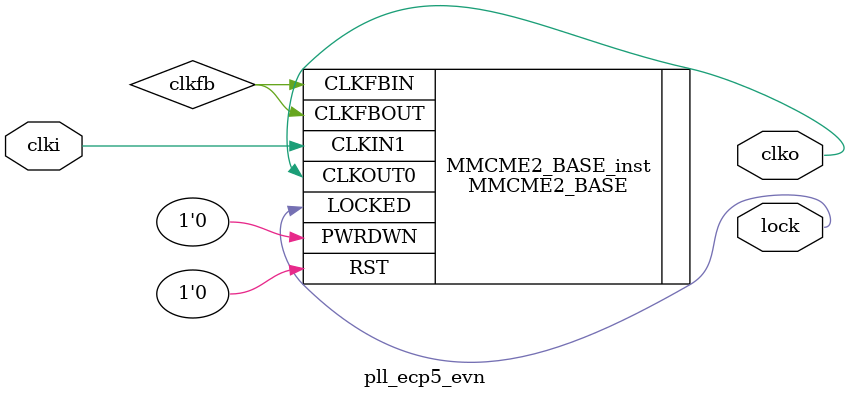
<source format=v>
module pll_ecp5_evn(input clki, output clko, output lock);

wire clkfb;

MMCME2_BASE #(
        .BANDWIDTH("OPTIMIZED"),
        .CLKFBOUT_MULT_F(50.0),
        .CLKIN1_PERIOD(83.33),
        .CLKOUT0_DIVIDE_F(12.0),
        .DIVCLK_DIVIDE(1),
        .STARTUP_WAIT("FALSE")
    )
    MMCME2_BASE_inst (
        .CLKOUT0(clko),
        .CLKFBOUT(clkfb),
        .LOCKED(lock),
        .CLKIN1(clki),
        .PWRDWN(1'b0),
        .RST(1'b0),
        .CLKFBIN(clkfb)
    );
endmodule

</source>
